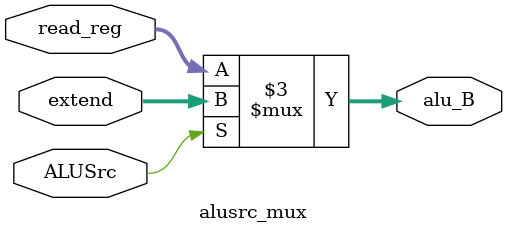
<source format=v>
`timescale 1ns / 1ps
module alusrc_mux(
    input ALUSrc,
    input [31:0] read_reg,
    input [31:0] extend,
    output reg [31:0] alu_B
    );
always@(read_reg,extend,ALUSrc) begin
	if (ALUSrc) alu_B = extend;
	else alu_B = read_reg;
end

endmodule

</source>
